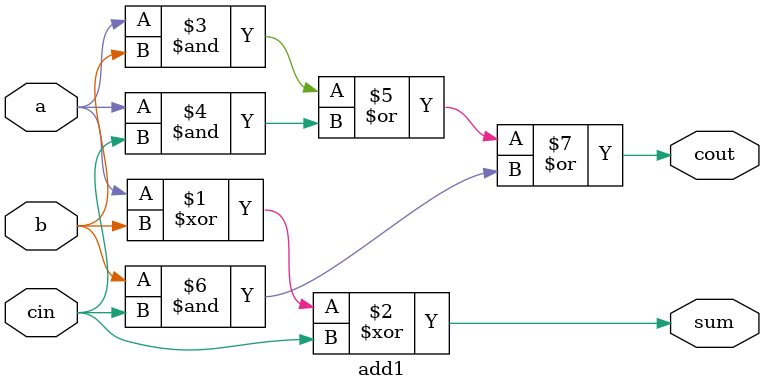
<source format=v>
module top_module (
    input [31:0] a,
    input [31:0] b,
    output [31:0] sum
);//
    wire cout1;
    add16 adder1(a[15:0],b[15:0],0,sum[15:0],cout1);
    add16 adder2(a[31:16],b[31:16],cout1,sum[31:16]);

endmodule

module add1 ( input a, input b, input cin, output sum, output cout );

	assign sum = a^b^cin;
    assign cout = a&b | a&cin | b&cin;
    
endmodule
</source>
